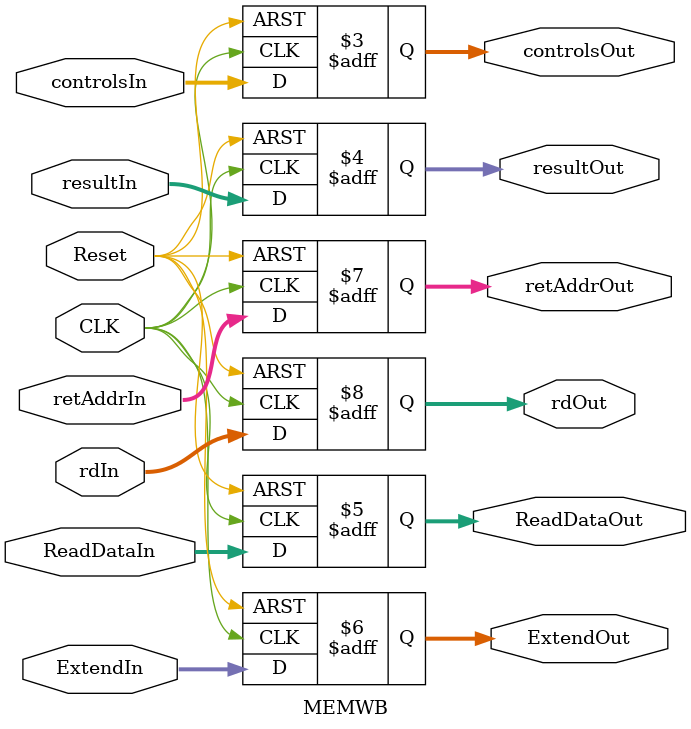
<source format=v>
`timescale 1ns / 1ps



module MEMWB(  
    input CLK, //from outside
    input Reset, //from outside
    input[18:0] controlsIn, 
    input[31:0] resultIn,
    input[31:0] ReadDataIn, 
    input[31:0] ExtendIn,
    input[31:0] retAddrIn,
    input[4:0] rdIn,
    output reg[18:0] controlsOut, 
    output reg[31:0] resultOut,
    output reg[31:0] ReadDataOut,
    output reg[31:0] ExtendOut,
    output reg[31:0] retAddrOut, 
    output reg[4:0] rdOut
    );

  always @(posedge CLK or negedge Reset) begin
    if (!Reset) begin 
      controlsOut<=0; 
      resultOut<=0;
      ReadDataOut<=0;
      retAddrOut<=0;
      ExtendOut<=0;
      rdOut<=0;
      end
    else begin 
      controlsOut<=controlsIn; 
      resultOut<=resultIn;
      ReadDataOut<=ReadDataIn;
      retAddrOut<=retAddrIn;
      ExtendOut<=ExtendIn;
      rdOut<=rdIn;
      end
    end
endmodule

</source>
